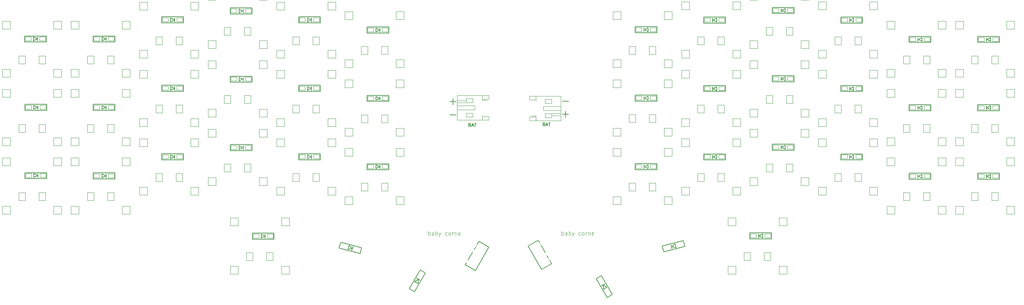
<source format=gto>
G04 #@! TF.GenerationSoftware,KiCad,Pcbnew,8.0.7*
G04 #@! TF.CreationDate,2025-01-01T00:14:10+01:00*
G04 #@! TF.ProjectId,corne-xiao,636f726e-652d-4786-9961-6f2e6b696361,1.1*
G04 #@! TF.SameCoordinates,Original*
G04 #@! TF.FileFunction,Legend,Top*
G04 #@! TF.FilePolarity,Positive*
%FSLAX46Y46*%
G04 Gerber Fmt 4.6, Leading zero omitted, Abs format (unit mm)*
G04 Created by KiCad (PCBNEW 8.0.7) date 2025-01-01 00:14:10*
%MOMM*%
%LPD*%
G01*
G04 APERTURE LIST*
G04 Aperture macros list*
%AMRoundRect*
0 Rectangle with rounded corners*
0 $1 Rounding radius*
0 $2 $3 $4 $5 $6 $7 $8 $9 X,Y pos of 4 corners*
0 Add a 4 corners polygon primitive as box body*
4,1,4,$2,$3,$4,$5,$6,$7,$8,$9,$2,$3,0*
0 Add four circle primitives for the rounded corners*
1,1,$1+$1,$2,$3*
1,1,$1+$1,$4,$5*
1,1,$1+$1,$6,$7*
1,1,$1+$1,$8,$9*
0 Add four rect primitives between the rounded corners*
20,1,$1+$1,$2,$3,$4,$5,0*
20,1,$1+$1,$4,$5,$6,$7,0*
20,1,$1+$1,$6,$7,$8,$9,0*
20,1,$1+$1,$8,$9,$2,$3,0*%
G04 Aperture macros list end*
%ADD10C,0.125000*%
%ADD11C,0.200000*%
%ADD12C,0.150000*%
%ADD13C,0.120000*%
%ADD14RoundRect,0.038000X0.700000X0.500000X-0.700000X0.500000X-0.700000X-0.500000X0.700000X-0.500000X0*%
%ADD15RoundRect,0.038000X0.805558X0.301790X-0.546739X0.664136X-0.805558X-0.301790X0.546739X-0.664136X0*%
%ADD16RoundRect,0.038000X-0.083013X0.856218X-0.783013X-0.356218X0.083013X-0.856218X0.783013X0.356218X0*%
%ADD17RoundRect,0.038000X-0.775000X-1.000000X0.775000X-1.000000X0.775000X1.000000X-0.775000X1.000000X0*%
%ADD18RoundRect,0.038000X-1.000000X-1.000000X1.000000X-1.000000X1.000000X1.000000X-1.000000X1.000000X0*%
%ADD19RoundRect,0.038000X-1.007412X-0.765341X0.489773X-1.166511X1.007412X0.765341X-0.489773X1.166511X0*%
%ADD20RoundRect,0.038000X-1.224745X-0.707107X0.707107X-1.224745X1.224745X0.707107X-0.707107X1.224745X0*%
%ADD21RoundRect,0.038000X0.478525X-1.171170X1.253525X0.171170X-0.478525X1.171170X-1.253525X-0.171170X0*%
%ADD22RoundRect,0.038000X0.366025X-1.366025X1.366025X0.366025X-0.366025X1.366025X-1.366025X-0.366025X0*%
%ADD23RoundRect,0.038000X-1.253525X0.171170X-0.478525X-1.171170X1.253525X-0.171170X0.478525X1.171170X0*%
%ADD24RoundRect,0.038000X-1.366025X0.366025X-0.366025X-1.366025X1.366025X-0.366025X0.366025X1.366025X0*%
%ADD25RoundRect,0.038000X-0.700000X-0.500000X0.700000X-0.500000X0.700000X0.500000X-0.700000X0.500000X0*%
%ADD26RoundRect,0.038000X-0.546739X-0.664136X0.805558X-0.301790X0.546739X0.664136X-0.805558X0.301790X0*%
%ADD27RoundRect,0.038000X-0.783013X0.356218X-0.083013X-0.856218X0.783013X-0.356218X0.083013X0.856218X0*%
%ADD28RoundRect,0.038000X-0.489773X-1.166511X1.007412X-0.765341X0.489773X1.166511X-1.007412X0.765341X0*%
%ADD29RoundRect,0.038000X-0.707107X-1.224745X1.224745X-0.707107X0.707107X1.224745X-1.224745X0.707107X0*%
%ADD30O,2.826000X1.876000*%
%ADD31C,1.473000*%
%ADD32C,0.976000*%
%ADD33RoundRect,0.038000X-0.258013X0.553109X-0.608013X-0.053109X0.258013X-0.553109X0.608013X0.053109X0*%
%ADD34RoundRect,0.038000X1.462436X-0.266987X-0.962436X1.133013X-1.462436X0.266987X0.962436X-1.133013X0*%
%ADD35C,2.276000*%
%ADD36O,1.826000X1.276000*%
%ADD37RoundRect,0.038000X0.608013X-0.053109X0.258013X0.553109X-0.608013X0.053109X-0.258013X-0.553109X0*%
%ADD38RoundRect,0.038000X-0.962436X-1.133013X1.462436X0.266987X0.962436X1.133013X-1.462436X-0.266987X0*%
G04 APERTURE END LIST*
D10*
X162820331Y-86206119D02*
X162820331Y-85206119D01*
X162820331Y-85587071D02*
X162915569Y-85539452D01*
X162915569Y-85539452D02*
X163106045Y-85539452D01*
X163106045Y-85539452D02*
X163201283Y-85587071D01*
X163201283Y-85587071D02*
X163248902Y-85634690D01*
X163248902Y-85634690D02*
X163296521Y-85729928D01*
X163296521Y-85729928D02*
X163296521Y-86015642D01*
X163296521Y-86015642D02*
X163248902Y-86110880D01*
X163248902Y-86110880D02*
X163201283Y-86158500D01*
X163201283Y-86158500D02*
X163106045Y-86206119D01*
X163106045Y-86206119D02*
X162915569Y-86206119D01*
X162915569Y-86206119D02*
X162820331Y-86158500D01*
X164153664Y-86206119D02*
X164153664Y-85682309D01*
X164153664Y-85682309D02*
X164106045Y-85587071D01*
X164106045Y-85587071D02*
X164010807Y-85539452D01*
X164010807Y-85539452D02*
X163820331Y-85539452D01*
X163820331Y-85539452D02*
X163725093Y-85587071D01*
X164153664Y-86158500D02*
X164058426Y-86206119D01*
X164058426Y-86206119D02*
X163820331Y-86206119D01*
X163820331Y-86206119D02*
X163725093Y-86158500D01*
X163725093Y-86158500D02*
X163677474Y-86063261D01*
X163677474Y-86063261D02*
X163677474Y-85968023D01*
X163677474Y-85968023D02*
X163725093Y-85872785D01*
X163725093Y-85872785D02*
X163820331Y-85825166D01*
X163820331Y-85825166D02*
X164058426Y-85825166D01*
X164058426Y-85825166D02*
X164153664Y-85777547D01*
X164629855Y-86206119D02*
X164629855Y-85206119D01*
X164629855Y-85587071D02*
X164725093Y-85539452D01*
X164725093Y-85539452D02*
X164915569Y-85539452D01*
X164915569Y-85539452D02*
X165010807Y-85587071D01*
X165010807Y-85587071D02*
X165058426Y-85634690D01*
X165058426Y-85634690D02*
X165106045Y-85729928D01*
X165106045Y-85729928D02*
X165106045Y-86015642D01*
X165106045Y-86015642D02*
X165058426Y-86110880D01*
X165058426Y-86110880D02*
X165010807Y-86158500D01*
X165010807Y-86158500D02*
X164915569Y-86206119D01*
X164915569Y-86206119D02*
X164725093Y-86206119D01*
X164725093Y-86206119D02*
X164629855Y-86158500D01*
X165439379Y-85539452D02*
X165677474Y-86206119D01*
X165915569Y-85539452D02*
X165677474Y-86206119D01*
X165677474Y-86206119D02*
X165582236Y-86444214D01*
X165582236Y-86444214D02*
X165534617Y-86491833D01*
X165534617Y-86491833D02*
X165439379Y-86539452D01*
X167486998Y-86158500D02*
X167391760Y-86206119D01*
X167391760Y-86206119D02*
X167201284Y-86206119D01*
X167201284Y-86206119D02*
X167106046Y-86158500D01*
X167106046Y-86158500D02*
X167058427Y-86110880D01*
X167058427Y-86110880D02*
X167010808Y-86015642D01*
X167010808Y-86015642D02*
X167010808Y-85729928D01*
X167010808Y-85729928D02*
X167058427Y-85634690D01*
X167058427Y-85634690D02*
X167106046Y-85587071D01*
X167106046Y-85587071D02*
X167201284Y-85539452D01*
X167201284Y-85539452D02*
X167391760Y-85539452D01*
X167391760Y-85539452D02*
X167486998Y-85587071D01*
X168058427Y-86206119D02*
X167963189Y-86158500D01*
X167963189Y-86158500D02*
X167915570Y-86110880D01*
X167915570Y-86110880D02*
X167867951Y-86015642D01*
X167867951Y-86015642D02*
X167867951Y-85729928D01*
X167867951Y-85729928D02*
X167915570Y-85634690D01*
X167915570Y-85634690D02*
X167963189Y-85587071D01*
X167963189Y-85587071D02*
X168058427Y-85539452D01*
X168058427Y-85539452D02*
X168201284Y-85539452D01*
X168201284Y-85539452D02*
X168296522Y-85587071D01*
X168296522Y-85587071D02*
X168344141Y-85634690D01*
X168344141Y-85634690D02*
X168391760Y-85729928D01*
X168391760Y-85729928D02*
X168391760Y-86015642D01*
X168391760Y-86015642D02*
X168344141Y-86110880D01*
X168344141Y-86110880D02*
X168296522Y-86158500D01*
X168296522Y-86158500D02*
X168201284Y-86206119D01*
X168201284Y-86206119D02*
X168058427Y-86206119D01*
X168820332Y-86206119D02*
X168820332Y-85539452D01*
X168820332Y-85729928D02*
X168867951Y-85634690D01*
X168867951Y-85634690D02*
X168915570Y-85587071D01*
X168915570Y-85587071D02*
X169010808Y-85539452D01*
X169010808Y-85539452D02*
X169106046Y-85539452D01*
X169439380Y-85539452D02*
X169439380Y-86206119D01*
X169439380Y-85634690D02*
X169486999Y-85587071D01*
X169486999Y-85587071D02*
X169582237Y-85539452D01*
X169582237Y-85539452D02*
X169725094Y-85539452D01*
X169725094Y-85539452D02*
X169820332Y-85587071D01*
X169820332Y-85587071D02*
X169867951Y-85682309D01*
X169867951Y-85682309D02*
X169867951Y-86206119D01*
X170725094Y-86158500D02*
X170629856Y-86206119D01*
X170629856Y-86206119D02*
X170439380Y-86206119D01*
X170439380Y-86206119D02*
X170344142Y-86158500D01*
X170344142Y-86158500D02*
X170296523Y-86063261D01*
X170296523Y-86063261D02*
X170296523Y-85682309D01*
X170296523Y-85682309D02*
X170344142Y-85587071D01*
X170344142Y-85587071D02*
X170439380Y-85539452D01*
X170439380Y-85539452D02*
X170629856Y-85539452D01*
X170629856Y-85539452D02*
X170725094Y-85587071D01*
X170725094Y-85587071D02*
X170772713Y-85682309D01*
X170772713Y-85682309D02*
X170772713Y-85777547D01*
X170772713Y-85777547D02*
X170296523Y-85872785D01*
X129720331Y-86256119D02*
X129720331Y-85256119D01*
X129720331Y-85637071D02*
X129815569Y-85589452D01*
X129815569Y-85589452D02*
X130006045Y-85589452D01*
X130006045Y-85589452D02*
X130101283Y-85637071D01*
X130101283Y-85637071D02*
X130148902Y-85684690D01*
X130148902Y-85684690D02*
X130196521Y-85779928D01*
X130196521Y-85779928D02*
X130196521Y-86065642D01*
X130196521Y-86065642D02*
X130148902Y-86160880D01*
X130148902Y-86160880D02*
X130101283Y-86208500D01*
X130101283Y-86208500D02*
X130006045Y-86256119D01*
X130006045Y-86256119D02*
X129815569Y-86256119D01*
X129815569Y-86256119D02*
X129720331Y-86208500D01*
X131053664Y-86256119D02*
X131053664Y-85732309D01*
X131053664Y-85732309D02*
X131006045Y-85637071D01*
X131006045Y-85637071D02*
X130910807Y-85589452D01*
X130910807Y-85589452D02*
X130720331Y-85589452D01*
X130720331Y-85589452D02*
X130625093Y-85637071D01*
X131053664Y-86208500D02*
X130958426Y-86256119D01*
X130958426Y-86256119D02*
X130720331Y-86256119D01*
X130720331Y-86256119D02*
X130625093Y-86208500D01*
X130625093Y-86208500D02*
X130577474Y-86113261D01*
X130577474Y-86113261D02*
X130577474Y-86018023D01*
X130577474Y-86018023D02*
X130625093Y-85922785D01*
X130625093Y-85922785D02*
X130720331Y-85875166D01*
X130720331Y-85875166D02*
X130958426Y-85875166D01*
X130958426Y-85875166D02*
X131053664Y-85827547D01*
X131529855Y-86256119D02*
X131529855Y-85256119D01*
X131529855Y-85637071D02*
X131625093Y-85589452D01*
X131625093Y-85589452D02*
X131815569Y-85589452D01*
X131815569Y-85589452D02*
X131910807Y-85637071D01*
X131910807Y-85637071D02*
X131958426Y-85684690D01*
X131958426Y-85684690D02*
X132006045Y-85779928D01*
X132006045Y-85779928D02*
X132006045Y-86065642D01*
X132006045Y-86065642D02*
X131958426Y-86160880D01*
X131958426Y-86160880D02*
X131910807Y-86208500D01*
X131910807Y-86208500D02*
X131815569Y-86256119D01*
X131815569Y-86256119D02*
X131625093Y-86256119D01*
X131625093Y-86256119D02*
X131529855Y-86208500D01*
X132339379Y-85589452D02*
X132577474Y-86256119D01*
X132815569Y-85589452D02*
X132577474Y-86256119D01*
X132577474Y-86256119D02*
X132482236Y-86494214D01*
X132482236Y-86494214D02*
X132434617Y-86541833D01*
X132434617Y-86541833D02*
X132339379Y-86589452D01*
X134386998Y-86208500D02*
X134291760Y-86256119D01*
X134291760Y-86256119D02*
X134101284Y-86256119D01*
X134101284Y-86256119D02*
X134006046Y-86208500D01*
X134006046Y-86208500D02*
X133958427Y-86160880D01*
X133958427Y-86160880D02*
X133910808Y-86065642D01*
X133910808Y-86065642D02*
X133910808Y-85779928D01*
X133910808Y-85779928D02*
X133958427Y-85684690D01*
X133958427Y-85684690D02*
X134006046Y-85637071D01*
X134006046Y-85637071D02*
X134101284Y-85589452D01*
X134101284Y-85589452D02*
X134291760Y-85589452D01*
X134291760Y-85589452D02*
X134386998Y-85637071D01*
X134958427Y-86256119D02*
X134863189Y-86208500D01*
X134863189Y-86208500D02*
X134815570Y-86160880D01*
X134815570Y-86160880D02*
X134767951Y-86065642D01*
X134767951Y-86065642D02*
X134767951Y-85779928D01*
X134767951Y-85779928D02*
X134815570Y-85684690D01*
X134815570Y-85684690D02*
X134863189Y-85637071D01*
X134863189Y-85637071D02*
X134958427Y-85589452D01*
X134958427Y-85589452D02*
X135101284Y-85589452D01*
X135101284Y-85589452D02*
X135196522Y-85637071D01*
X135196522Y-85637071D02*
X135244141Y-85684690D01*
X135244141Y-85684690D02*
X135291760Y-85779928D01*
X135291760Y-85779928D02*
X135291760Y-86065642D01*
X135291760Y-86065642D02*
X135244141Y-86160880D01*
X135244141Y-86160880D02*
X135196522Y-86208500D01*
X135196522Y-86208500D02*
X135101284Y-86256119D01*
X135101284Y-86256119D02*
X134958427Y-86256119D01*
X135720332Y-86256119D02*
X135720332Y-85589452D01*
X135720332Y-85779928D02*
X135767951Y-85684690D01*
X135767951Y-85684690D02*
X135815570Y-85637071D01*
X135815570Y-85637071D02*
X135910808Y-85589452D01*
X135910808Y-85589452D02*
X136006046Y-85589452D01*
X136339380Y-85589452D02*
X136339380Y-86256119D01*
X136339380Y-85684690D02*
X136386999Y-85637071D01*
X136386999Y-85637071D02*
X136482237Y-85589452D01*
X136482237Y-85589452D02*
X136625094Y-85589452D01*
X136625094Y-85589452D02*
X136720332Y-85637071D01*
X136720332Y-85637071D02*
X136767951Y-85732309D01*
X136767951Y-85732309D02*
X136767951Y-86256119D01*
X137625094Y-86208500D02*
X137529856Y-86256119D01*
X137529856Y-86256119D02*
X137339380Y-86256119D01*
X137339380Y-86256119D02*
X137244142Y-86208500D01*
X137244142Y-86208500D02*
X137196523Y-86113261D01*
X137196523Y-86113261D02*
X137196523Y-85732309D01*
X137196523Y-85732309D02*
X137244142Y-85637071D01*
X137244142Y-85637071D02*
X137339380Y-85589452D01*
X137339380Y-85589452D02*
X137529856Y-85589452D01*
X137529856Y-85589452D02*
X137625094Y-85637071D01*
X137625094Y-85637071D02*
X137672713Y-85732309D01*
X137672713Y-85732309D02*
X137672713Y-85827547D01*
X137672713Y-85827547D02*
X137196523Y-85922785D01*
D11*
X163007768Y-56182933D02*
X164531578Y-56182933D01*
X163769673Y-56944838D02*
X163769673Y-55421028D01*
X135107768Y-53082933D02*
X136631578Y-53082933D01*
X135869673Y-53844838D02*
X135869673Y-52321028D01*
X163007768Y-52932933D02*
X164531578Y-52932933D01*
D12*
X140055826Y-58825247D02*
X140170112Y-58863342D01*
X140170112Y-58863342D02*
X140208207Y-58901438D01*
X140208207Y-58901438D02*
X140246303Y-58977628D01*
X140246303Y-58977628D02*
X140246303Y-59091914D01*
X140246303Y-59091914D02*
X140208207Y-59168104D01*
X140208207Y-59168104D02*
X140170112Y-59206200D01*
X140170112Y-59206200D02*
X140093922Y-59244295D01*
X140093922Y-59244295D02*
X139789160Y-59244295D01*
X139789160Y-59244295D02*
X139789160Y-58444295D01*
X139789160Y-58444295D02*
X140055826Y-58444295D01*
X140055826Y-58444295D02*
X140132017Y-58482390D01*
X140132017Y-58482390D02*
X140170112Y-58520485D01*
X140170112Y-58520485D02*
X140208207Y-58596676D01*
X140208207Y-58596676D02*
X140208207Y-58672866D01*
X140208207Y-58672866D02*
X140170112Y-58749057D01*
X140170112Y-58749057D02*
X140132017Y-58787152D01*
X140132017Y-58787152D02*
X140055826Y-58825247D01*
X140055826Y-58825247D02*
X139789160Y-58825247D01*
X140551064Y-59015723D02*
X140932017Y-59015723D01*
X140474874Y-59244295D02*
X140741541Y-58444295D01*
X140741541Y-58444295D02*
X141008207Y-59244295D01*
X141160588Y-58444295D02*
X141617731Y-58444295D01*
X141389159Y-59244295D02*
X141389159Y-58444295D01*
D11*
X136642231Y-56367066D02*
X135118422Y-56367066D01*
D12*
X158455826Y-58675247D02*
X158570112Y-58713342D01*
X158570112Y-58713342D02*
X158608207Y-58751438D01*
X158608207Y-58751438D02*
X158646303Y-58827628D01*
X158646303Y-58827628D02*
X158646303Y-58941914D01*
X158646303Y-58941914D02*
X158608207Y-59018104D01*
X158608207Y-59018104D02*
X158570112Y-59056200D01*
X158570112Y-59056200D02*
X158493922Y-59094295D01*
X158493922Y-59094295D02*
X158189160Y-59094295D01*
X158189160Y-59094295D02*
X158189160Y-58294295D01*
X158189160Y-58294295D02*
X158455826Y-58294295D01*
X158455826Y-58294295D02*
X158532017Y-58332390D01*
X158532017Y-58332390D02*
X158570112Y-58370485D01*
X158570112Y-58370485D02*
X158608207Y-58446676D01*
X158608207Y-58446676D02*
X158608207Y-58522866D01*
X158608207Y-58522866D02*
X158570112Y-58599057D01*
X158570112Y-58599057D02*
X158532017Y-58637152D01*
X158532017Y-58637152D02*
X158455826Y-58675247D01*
X158455826Y-58675247D02*
X158189160Y-58675247D01*
X158951064Y-58865723D02*
X159332017Y-58865723D01*
X158874874Y-59094295D02*
X159141541Y-58294295D01*
X159141541Y-58294295D02*
X159408207Y-59094295D01*
X159560588Y-58294295D02*
X160017731Y-58294295D01*
X159789159Y-59094295D02*
X159789159Y-58294295D01*
X34950000Y-38250000D02*
X29550000Y-38250000D01*
X34950000Y-36750000D02*
X34950000Y-38250000D01*
X32750000Y-37000000D02*
X32750000Y-38000000D01*
X32650000Y-37500000D02*
X31750000Y-37000000D01*
X31750000Y-38000000D02*
X32650000Y-37500000D01*
X31750000Y-37000000D02*
X31750000Y-38000000D01*
X29550000Y-36750000D02*
X34950000Y-36750000D01*
X29550000Y-36750000D02*
X29550000Y-38250000D01*
X46550000Y-36750000D02*
X46550000Y-38250000D01*
X46550000Y-36750000D02*
X51950000Y-36750000D01*
X48750000Y-37000000D02*
X48750000Y-38000000D01*
X48750000Y-38000000D02*
X49650000Y-37500000D01*
X49650000Y-37500000D02*
X48750000Y-37000000D01*
X49750000Y-37000000D02*
X49750000Y-38000000D01*
X51950000Y-36750000D02*
X51950000Y-38250000D01*
X51950000Y-38250000D02*
X46550000Y-38250000D01*
X63550000Y-32000000D02*
X63550000Y-33500000D01*
X63550000Y-32000000D02*
X68950000Y-32000000D01*
X65750000Y-32250000D02*
X65750000Y-33250000D01*
X65750000Y-33250000D02*
X66650000Y-32750000D01*
X66650000Y-32750000D02*
X65750000Y-32250000D01*
X66750000Y-32250000D02*
X66750000Y-33250000D01*
X68950000Y-32000000D02*
X68950000Y-33500000D01*
X68950000Y-33500000D02*
X63550000Y-33500000D01*
X80550000Y-29750200D02*
X80550000Y-31250200D01*
X80550000Y-29750200D02*
X85950000Y-29750200D01*
X82750000Y-30000200D02*
X82750000Y-31000200D01*
X82750000Y-31000200D02*
X83650000Y-30500200D01*
X83650000Y-30500200D02*
X82750000Y-30000200D01*
X83750000Y-30000200D02*
X83750000Y-31000200D01*
X85950000Y-29750200D02*
X85950000Y-31250200D01*
X85950000Y-31250200D02*
X80550000Y-31250200D01*
X97550000Y-32000900D02*
X97550000Y-33500900D01*
X97550000Y-32000900D02*
X102950000Y-32000900D01*
X99750000Y-32250900D02*
X99750000Y-33250900D01*
X99750000Y-33250900D02*
X100650000Y-32750900D01*
X100650000Y-32750900D02*
X99750000Y-32250900D01*
X100750000Y-32250900D02*
X100750000Y-33250900D01*
X102950000Y-32000900D02*
X102950000Y-33500900D01*
X102950000Y-33500900D02*
X97550000Y-33500900D01*
X119950000Y-36000500D02*
X114550000Y-36000500D01*
X119950000Y-34500500D02*
X119950000Y-36000500D01*
X117750000Y-34750500D02*
X117750000Y-35750500D01*
X117650000Y-35250500D02*
X116750000Y-34750500D01*
X116750000Y-35750500D02*
X117650000Y-35250500D01*
X116750000Y-34750500D02*
X116750000Y-35750500D01*
X114550000Y-34500500D02*
X119950000Y-34500500D01*
X114550000Y-34500500D02*
X114550000Y-36000500D01*
X35012500Y-55250000D02*
X29612500Y-55250000D01*
X35012500Y-53750000D02*
X35012500Y-55250000D01*
X32812500Y-54000000D02*
X32812500Y-55000000D01*
X32712500Y-54500000D02*
X31812500Y-54000000D01*
X31812500Y-55000000D02*
X32712500Y-54500000D01*
X31812500Y-54000000D02*
X31812500Y-55000000D01*
X29612500Y-53750000D02*
X35012500Y-53750000D01*
X29612500Y-53750000D02*
X29612500Y-55250000D01*
X46550000Y-53750000D02*
X46550000Y-55250000D01*
X46550000Y-53750000D02*
X51950000Y-53750000D01*
X48750000Y-54000000D02*
X48750000Y-55000000D01*
X48750000Y-55000000D02*
X49650000Y-54500000D01*
X49650000Y-54500000D02*
X48750000Y-54000000D01*
X49750000Y-54000000D02*
X49750000Y-55000000D01*
X51950000Y-53750000D02*
X51950000Y-55250000D01*
X51950000Y-55250000D02*
X46550000Y-55250000D01*
X63550000Y-49000000D02*
X63550000Y-50500000D01*
X63550000Y-49000000D02*
X68950000Y-49000000D01*
X65750000Y-49250000D02*
X65750000Y-50250000D01*
X65750000Y-50250000D02*
X66650000Y-49750000D01*
X66650000Y-49750000D02*
X65750000Y-49250000D01*
X66750000Y-49250000D02*
X66750000Y-50250000D01*
X68950000Y-49000000D02*
X68950000Y-50500000D01*
X68950000Y-50500000D02*
X63550000Y-50500000D01*
X80550000Y-46749900D02*
X80550000Y-48249900D01*
X80550000Y-46749900D02*
X85950000Y-46749900D01*
X82750000Y-46999900D02*
X82750000Y-47999900D01*
X82750000Y-47999900D02*
X83650000Y-47499900D01*
X83650000Y-47499900D02*
X82750000Y-46999900D01*
X83750000Y-46999900D02*
X83750000Y-47999900D01*
X85950000Y-46749900D02*
X85950000Y-48249900D01*
X85950000Y-48249900D02*
X80550000Y-48249900D01*
X102950000Y-50500500D02*
X97550000Y-50500500D01*
X102950000Y-49000500D02*
X102950000Y-50500500D01*
X100750000Y-49250500D02*
X100750000Y-50250500D01*
X100650000Y-49750500D02*
X99750000Y-49250500D01*
X99750000Y-50250500D02*
X100650000Y-49750500D01*
X99750000Y-49250500D02*
X99750000Y-50250500D01*
X97550000Y-49000500D02*
X102950000Y-49000500D01*
X97550000Y-49000500D02*
X97550000Y-50500500D01*
X114550000Y-51500100D02*
X114550000Y-53000100D01*
X114550000Y-51500100D02*
X119950000Y-51500100D01*
X116750000Y-51750100D02*
X116750000Y-52750100D01*
X116750000Y-52750100D02*
X117650000Y-52250100D01*
X117650000Y-52250100D02*
X116750000Y-51750100D01*
X117750000Y-51750100D02*
X117750000Y-52750100D01*
X119950000Y-51500100D02*
X119950000Y-53000100D01*
X119950000Y-53000100D02*
X114550000Y-53000100D01*
X35012500Y-72203100D02*
X29612500Y-72203100D01*
X35012500Y-70703100D02*
X35012500Y-72203100D01*
X32812500Y-70953100D02*
X32812500Y-71953100D01*
X32712500Y-71453100D02*
X31812500Y-70953100D01*
X31812500Y-71953100D02*
X32712500Y-71453100D01*
X31812500Y-70953100D02*
X31812500Y-71953100D01*
X29612500Y-70703100D02*
X35012500Y-70703100D01*
X29612500Y-70703100D02*
X29612500Y-72203100D01*
X46550000Y-70750000D02*
X46550000Y-72250000D01*
X46550000Y-70750000D02*
X51950000Y-70750000D01*
X48750000Y-71000000D02*
X48750000Y-72000000D01*
X48750000Y-72000000D02*
X49650000Y-71500000D01*
X49650000Y-71500000D02*
X48750000Y-71000000D01*
X49750000Y-71000000D02*
X49750000Y-72000000D01*
X51950000Y-70750000D02*
X51950000Y-72250000D01*
X51950000Y-72250000D02*
X46550000Y-72250000D01*
X63550000Y-66000000D02*
X63550000Y-67500000D01*
X63550000Y-66000000D02*
X68950000Y-66000000D01*
X65750000Y-66250000D02*
X65750000Y-67250000D01*
X65750000Y-67250000D02*
X66650000Y-66750000D01*
X66650000Y-66750000D02*
X65750000Y-66250000D01*
X66750000Y-66250000D02*
X66750000Y-67250000D01*
X68950000Y-66000000D02*
X68950000Y-67500000D01*
X68950000Y-67500000D02*
X63550000Y-67500000D01*
X80550000Y-63750000D02*
X80550000Y-65250000D01*
X80550000Y-63750000D02*
X85950000Y-63750000D01*
X82750000Y-64000000D02*
X82750000Y-65000000D01*
X82750000Y-65000000D02*
X83650000Y-64500000D01*
X83650000Y-64500000D02*
X82750000Y-64000000D01*
X83750000Y-64000000D02*
X83750000Y-65000000D01*
X85950000Y-63750000D02*
X85950000Y-65250000D01*
X85950000Y-65250000D02*
X80550000Y-65250000D01*
X97550000Y-66000000D02*
X97550000Y-67500000D01*
X97550000Y-66000000D02*
X102950000Y-66000000D01*
X99750000Y-66250000D02*
X99750000Y-67250000D01*
X99750000Y-67250000D02*
X100650000Y-66750000D01*
X100650000Y-66750000D02*
X99750000Y-66250000D01*
X100750000Y-66250000D02*
X100750000Y-67250000D01*
X102950000Y-66000000D02*
X102950000Y-67500000D01*
X102950000Y-67500000D02*
X97550000Y-67500000D01*
X114550000Y-68500000D02*
X114550000Y-70000000D01*
X114550000Y-68500000D02*
X119950000Y-68500000D01*
X116750000Y-68750000D02*
X116750000Y-69750000D01*
X116750000Y-69750000D02*
X117650000Y-69250000D01*
X117650000Y-69250000D02*
X116750000Y-68750000D01*
X117750000Y-68750000D02*
X117750000Y-69750000D01*
X119950000Y-68500000D02*
X119950000Y-70000000D01*
X119950000Y-70000000D02*
X114550000Y-70000000D01*
X86050000Y-85750000D02*
X86050000Y-87250000D01*
X86050000Y-85750000D02*
X91450000Y-85750000D01*
X88250000Y-86000000D02*
X88250000Y-87000000D01*
X88250000Y-87000000D02*
X89150000Y-86500000D01*
X89150000Y-86500000D02*
X88250000Y-86000000D01*
X89250000Y-86000000D02*
X89250000Y-87000000D01*
X91450000Y-85750000D02*
X91450000Y-87250000D01*
X91450000Y-87250000D02*
X86050000Y-87250000D01*
X107986115Y-87976744D02*
X107597886Y-89425633D01*
X107986115Y-87976744D02*
X113202114Y-89374367D01*
X109787628Y-89753553D02*
X110786370Y-89503528D01*
X110046447Y-88787628D02*
X109787628Y-89753553D01*
X110786370Y-89503528D02*
X110046447Y-88787628D01*
X111012372Y-89046447D02*
X110753553Y-90012372D01*
X112813885Y-90823256D02*
X107597886Y-89425633D01*
X113202114Y-89374367D02*
X112813885Y-90823256D01*
X125000481Y-99563269D02*
X126299519Y-100313269D01*
X125000481Y-99563269D02*
X127700481Y-94886731D01*
X126316987Y-97783013D02*
X127183013Y-98283013D01*
X126816987Y-96916987D02*
X127683013Y-97416987D01*
X127183013Y-98283013D02*
X127200000Y-97253590D01*
X127200000Y-97253590D02*
X126316987Y-97783013D01*
X127700481Y-94886731D02*
X128999519Y-95636731D01*
X128999519Y-95636731D02*
X126299519Y-100313269D01*
X249100000Y-36850000D02*
X254500000Y-36850000D01*
X249100000Y-38350000D02*
X249100000Y-36850000D01*
X251300000Y-38100000D02*
X251300000Y-37100000D01*
X251400000Y-37600000D02*
X252300000Y-38100000D01*
X252300000Y-37100000D02*
X251400000Y-37600000D01*
X252300000Y-38100000D02*
X252300000Y-37100000D01*
X254500000Y-38350000D02*
X249100000Y-38350000D01*
X254500000Y-38350000D02*
X254500000Y-36850000D01*
X237500000Y-33550000D02*
X237500000Y-32050000D01*
X237500000Y-33550000D02*
X232100000Y-33550000D01*
X235300000Y-33300000D02*
X235300000Y-32300000D01*
X235300000Y-32300000D02*
X234400000Y-32800000D01*
X234400000Y-32800000D02*
X235300000Y-33300000D01*
X234300000Y-33300000D02*
X234300000Y-32300000D01*
X232100000Y-33550000D02*
X232100000Y-32050000D01*
X232100000Y-32050000D02*
X237500000Y-32050000D01*
X220500000Y-31150000D02*
X220500000Y-29650000D01*
X220500000Y-31150000D02*
X215100000Y-31150000D01*
X218300000Y-30900000D02*
X218300000Y-29900000D01*
X218300000Y-29900000D02*
X217400000Y-30400000D01*
X217400000Y-30400000D02*
X218300000Y-30900000D01*
X217300000Y-30900000D02*
X217300000Y-29900000D01*
X215100000Y-31150000D02*
X215100000Y-29650000D01*
X215100000Y-29650000D02*
X220500000Y-29650000D01*
X181100000Y-34450000D02*
X186500000Y-34450000D01*
X181100000Y-35950000D02*
X181100000Y-34450000D01*
X183300000Y-35700000D02*
X183300000Y-34700000D01*
X183400000Y-35200000D02*
X184300000Y-35700000D01*
X184300000Y-34700000D02*
X183400000Y-35200000D01*
X184300000Y-35700000D02*
X184300000Y-34700000D01*
X186500000Y-35950000D02*
X181100000Y-35950000D01*
X186500000Y-35950000D02*
X186500000Y-34450000D01*
X266100000Y-53850000D02*
X271500000Y-53850000D01*
X266100000Y-55350000D02*
X266100000Y-53850000D01*
X268300000Y-55100000D02*
X268300000Y-54100000D01*
X268400000Y-54600000D02*
X269300000Y-55100000D01*
X269300000Y-54100000D02*
X268400000Y-54600000D01*
X269300000Y-55100000D02*
X269300000Y-54100000D01*
X271500000Y-55350000D02*
X266100000Y-55350000D01*
X271500000Y-55350000D02*
X271500000Y-53850000D01*
X249100000Y-53850000D02*
X254500000Y-53850000D01*
X249100000Y-55350000D02*
X249100000Y-53850000D01*
X251300000Y-55100000D02*
X251300000Y-54100000D01*
X251400000Y-54600000D02*
X252300000Y-55100000D01*
X252300000Y-54100000D02*
X251400000Y-54600000D01*
X252300000Y-55100000D02*
X252300000Y-54100000D01*
X254500000Y-55350000D02*
X249100000Y-55350000D01*
X254500000Y-55350000D02*
X254500000Y-53850000D01*
X237500000Y-50550000D02*
X237500000Y-49050000D01*
X237500000Y-50550000D02*
X232100000Y-50550000D01*
X235300000Y-50300000D02*
X235300000Y-49300000D01*
X235300000Y-49300000D02*
X234400000Y-49800000D01*
X234400000Y-49800000D02*
X235300000Y-50300000D01*
X234300000Y-50300000D02*
X234300000Y-49300000D01*
X232100000Y-50550000D02*
X232100000Y-49050000D01*
X232100000Y-49050000D02*
X237500000Y-49050000D01*
X220500000Y-48150000D02*
X220500000Y-46650000D01*
X220500000Y-48150000D02*
X215100000Y-48150000D01*
X218300000Y-47900000D02*
X218300000Y-46900000D01*
X218300000Y-46900000D02*
X217400000Y-47400000D01*
X217400000Y-47400000D02*
X218300000Y-47900000D01*
X217300000Y-47900000D02*
X217300000Y-46900000D01*
X215100000Y-48150000D02*
X215100000Y-46650000D01*
X215100000Y-46650000D02*
X220500000Y-46650000D01*
X203500000Y-50550000D02*
X203500000Y-49050000D01*
X203500000Y-50550000D02*
X198100000Y-50550000D01*
X201300000Y-50300000D02*
X201300000Y-49300000D01*
X201300000Y-49300000D02*
X200400000Y-49800000D01*
X200400000Y-49800000D02*
X201300000Y-50300000D01*
X200300000Y-50300000D02*
X200300000Y-49300000D01*
X198100000Y-50550000D02*
X198100000Y-49050000D01*
X198100000Y-49050000D02*
X203500000Y-49050000D01*
X186500000Y-52950000D02*
X186500000Y-51450000D01*
X186500000Y-52950000D02*
X181100000Y-52950000D01*
X184300000Y-52700000D02*
X184300000Y-51700000D01*
X184300000Y-51700000D02*
X183400000Y-52200000D01*
X183400000Y-52200000D02*
X184300000Y-52700000D01*
X183300000Y-52700000D02*
X183300000Y-51700000D01*
X181100000Y-52950000D02*
X181100000Y-51450000D01*
X181100000Y-51450000D02*
X186500000Y-51450000D01*
X266100000Y-70850000D02*
X271500000Y-70850000D01*
X266100000Y-72350000D02*
X266100000Y-70850000D01*
X268300000Y-72100000D02*
X268300000Y-71100000D01*
X268400000Y-71600000D02*
X269300000Y-72100000D01*
X269300000Y-71100000D02*
X268400000Y-71600000D01*
X269300000Y-72100000D02*
X269300000Y-71100000D01*
X271500000Y-72350000D02*
X266100000Y-72350000D01*
X271500000Y-72350000D02*
X271500000Y-70850000D01*
X249100000Y-70850000D02*
X254500000Y-70850000D01*
X249100000Y-72350000D02*
X249100000Y-70850000D01*
X251300000Y-72100000D02*
X251300000Y-71100000D01*
X251400000Y-71600000D02*
X252300000Y-72100000D01*
X252300000Y-71100000D02*
X251400000Y-71600000D01*
X252300000Y-72100000D02*
X252300000Y-71100000D01*
X254500000Y-72350000D02*
X249100000Y-72350000D01*
X254500000Y-72350000D02*
X254500000Y-70850000D01*
X232100000Y-66050000D02*
X237500000Y-66050000D01*
X232100000Y-67550000D02*
X232100000Y-66050000D01*
X234300000Y-67300000D02*
X234300000Y-66300000D01*
X234400000Y-66800000D02*
X235300000Y-67300000D01*
X235300000Y-66300000D02*
X234400000Y-66800000D01*
X235300000Y-67300000D02*
X235300000Y-66300000D01*
X237500000Y-67550000D02*
X232100000Y-67550000D01*
X237500000Y-67550000D02*
X237500000Y-66050000D01*
X220500000Y-65150000D02*
X220500000Y-63650000D01*
X220500000Y-65150000D02*
X215100000Y-65150000D01*
X218300000Y-64900000D02*
X218300000Y-63900000D01*
X218300000Y-63900000D02*
X217400000Y-64400000D01*
X217400000Y-64400000D02*
X218300000Y-64900000D01*
X217300000Y-64900000D02*
X217300000Y-63900000D01*
X215100000Y-65150000D02*
X215100000Y-63650000D01*
X215100000Y-63650000D02*
X220500000Y-63650000D01*
X203500000Y-67550000D02*
X203500000Y-66050000D01*
X203500000Y-67550000D02*
X198100000Y-67550000D01*
X201300000Y-67300000D02*
X201300000Y-66300000D01*
X201300000Y-66300000D02*
X200400000Y-66800000D01*
X200400000Y-66800000D02*
X201300000Y-67300000D01*
X200300000Y-67300000D02*
X200300000Y-66300000D01*
X198100000Y-67550000D02*
X198100000Y-66050000D01*
X198100000Y-66050000D02*
X203500000Y-66050000D01*
X181100000Y-68450000D02*
X186500000Y-68450000D01*
X181100000Y-69950000D02*
X181100000Y-68450000D01*
X183300000Y-69700000D02*
X183300000Y-68700000D01*
X183400000Y-69200000D02*
X184300000Y-69700000D01*
X184300000Y-68700000D02*
X183400000Y-69200000D01*
X184300000Y-69700000D02*
X184300000Y-68700000D01*
X186500000Y-69950000D02*
X181100000Y-69950000D01*
X186500000Y-69950000D02*
X186500000Y-68450000D01*
X209500000Y-85650000D02*
X214900000Y-85650000D01*
X209500000Y-87150000D02*
X209500000Y-85650000D01*
X211700000Y-86900000D02*
X211700000Y-85900000D01*
X211800000Y-86400000D02*
X212700000Y-86900000D01*
X212700000Y-85900000D02*
X211800000Y-86400000D01*
X212700000Y-86900000D02*
X212700000Y-85900000D01*
X214900000Y-87150000D02*
X209500000Y-87150000D01*
X214900000Y-87150000D02*
X214900000Y-85650000D01*
X187797886Y-88974367D02*
X193013885Y-87576744D01*
X188186115Y-90423256D02*
X187797886Y-88974367D01*
X190213630Y-89103528D02*
X191212372Y-89353553D01*
X190246447Y-89612372D02*
X189987628Y-88646447D01*
X190953553Y-88387628D02*
X190213630Y-89103528D01*
X191212372Y-89353553D02*
X190953553Y-88387628D01*
X193402114Y-89025633D02*
X188186115Y-90423256D01*
X193402114Y-89025633D02*
X193013885Y-87576744D01*
X171400481Y-97036731D02*
X172699519Y-96286731D01*
X172699519Y-96286731D02*
X175399519Y-100963269D01*
X172716987Y-98816987D02*
X173583013Y-98316987D01*
X173200000Y-98653590D02*
X173216987Y-99683013D01*
X173216987Y-99683013D02*
X174083013Y-99183013D01*
X174083013Y-99183013D02*
X173200000Y-98653590D01*
X174100481Y-101713269D02*
X171400481Y-97036731D01*
X174100481Y-101713269D02*
X175399519Y-100963269D01*
X266100000Y-36850000D02*
X271500000Y-36850000D01*
X266100000Y-38350000D02*
X266100000Y-36850000D01*
X268300000Y-38100000D02*
X268300000Y-37100000D01*
X268400000Y-37600000D02*
X269300000Y-38100000D01*
X269300000Y-37100000D02*
X268400000Y-37600000D01*
X269300000Y-38100000D02*
X269300000Y-37100000D01*
X271500000Y-38350000D02*
X266100000Y-38350000D01*
X271500000Y-38350000D02*
X271500000Y-36850000D01*
X203500000Y-33550000D02*
X203500000Y-32050000D01*
X203500000Y-33550000D02*
X198100000Y-33550000D01*
X201300000Y-33300000D02*
X201300000Y-32300000D01*
X201300000Y-32300000D02*
X200400000Y-32800000D01*
X200400000Y-32800000D02*
X201300000Y-33300000D01*
X200300000Y-33300000D02*
X200300000Y-32300000D01*
X198100000Y-33550000D02*
X198100000Y-32050000D01*
X198100000Y-32050000D02*
X203500000Y-32050000D01*
X138911731Y-93616987D02*
X142286731Y-87771316D01*
X141423205Y-95066987D02*
X138911731Y-93616987D01*
X142286731Y-87771316D02*
X144754904Y-89196316D01*
X144754904Y-89196316D02*
X141423205Y-95066987D01*
D13*
X154800000Y-51680000D02*
X162620000Y-51680000D01*
X154800000Y-52600000D02*
X154800000Y-51680000D01*
X154800000Y-56880000D02*
X156400000Y-56880000D01*
X154800000Y-57800000D02*
X154800000Y-56880000D01*
X155185000Y-56600000D02*
X156400000Y-56600000D01*
X156400000Y-52600000D02*
X154800000Y-52600000D01*
X156400000Y-52600000D02*
X156400000Y-51680000D01*
X156400000Y-52880000D02*
X156400000Y-52600000D01*
X156400000Y-56880000D02*
X156400000Y-56600000D01*
X156400000Y-56880000D02*
X156400000Y-57800000D01*
X158260000Y-54240000D02*
X158260000Y-55240000D01*
X158260000Y-55240000D02*
X162620000Y-55240000D01*
X158760000Y-52440000D02*
X158760000Y-53440000D01*
X158760000Y-53440000D02*
X160360000Y-53440000D01*
X158760000Y-56040000D02*
X160360000Y-56040000D01*
X158760000Y-57040000D02*
X158760000Y-56040000D01*
X160360000Y-52440000D02*
X158760000Y-52440000D01*
X160360000Y-53440000D02*
X160360000Y-52440000D01*
X160360000Y-56040000D02*
X160360000Y-57040000D01*
X160360000Y-57040000D02*
X158760000Y-57040000D01*
X162620000Y-51680000D02*
X162620000Y-57800000D01*
X162620000Y-54240000D02*
X158260000Y-54240000D01*
X162620000Y-56040000D02*
X160360000Y-56040000D01*
X162620000Y-56540000D02*
X160360000Y-56540000D01*
X162620000Y-57800000D02*
X154800000Y-57800000D01*
X136890000Y-51540000D02*
X144710000Y-51540000D01*
X136890000Y-52800000D02*
X139150000Y-52800000D01*
X136890000Y-53300000D02*
X139150000Y-53300000D01*
X136890000Y-55100000D02*
X141250000Y-55100000D01*
X136890000Y-57660000D02*
X136890000Y-51540000D01*
X139150000Y-52300000D02*
X140750000Y-52300000D01*
X139150000Y-53300000D02*
X139150000Y-52300000D01*
X139150000Y-55900000D02*
X139150000Y-56900000D01*
X139150000Y-56900000D02*
X140750000Y-56900000D01*
X140750000Y-52300000D02*
X140750000Y-53300000D01*
X140750000Y-53300000D02*
X139150000Y-53300000D01*
X140750000Y-55900000D02*
X139150000Y-55900000D01*
X140750000Y-56900000D02*
X140750000Y-55900000D01*
X141250000Y-54100000D02*
X136890000Y-54100000D01*
X141250000Y-55100000D02*
X141250000Y-54100000D01*
X143110000Y-52460000D02*
X143110000Y-51540000D01*
X143110000Y-52460000D02*
X143110000Y-52740000D01*
X143110000Y-56460000D02*
X143110000Y-56740000D01*
X143110000Y-56740000D02*
X143110000Y-57660000D01*
X143110000Y-56740000D02*
X144710000Y-56740000D01*
X144325000Y-52740000D02*
X143110000Y-52740000D01*
X144710000Y-51540000D02*
X144710000Y-52460000D01*
X144710000Y-52460000D02*
X143110000Y-52460000D01*
X144710000Y-56740000D02*
X144710000Y-57660000D01*
X144710000Y-57660000D02*
X136890000Y-57660000D01*
D12*
X154476795Y-88933013D02*
X156988269Y-87483013D01*
X156988269Y-87483013D02*
X160363269Y-93328684D01*
X157895096Y-94753684D02*
X154476795Y-88933013D01*
X160363269Y-93328684D02*
X157895096Y-94753684D01*
%LPC*%
D14*
X30475000Y-37500000D03*
X34025000Y-37500000D03*
X51025000Y-37500000D03*
X47475000Y-37500000D03*
X68025000Y-32750000D03*
X64475000Y-32750000D03*
X85025000Y-30500200D03*
X81475000Y-30500200D03*
X102025000Y-32750900D03*
X98475000Y-32750900D03*
X115475000Y-35250500D03*
X119025000Y-35250500D03*
X30537500Y-54500000D03*
X34087500Y-54500000D03*
X51025000Y-54500000D03*
X47475000Y-54500000D03*
X68025000Y-49750000D03*
X64475000Y-49750000D03*
X85025000Y-47499900D03*
X81475000Y-47499900D03*
X98475000Y-49750500D03*
X102025000Y-49750500D03*
X119025000Y-52250100D03*
X115475000Y-52250100D03*
X30537500Y-71453100D03*
X34087500Y-71453100D03*
X51025000Y-71500000D03*
X47475000Y-71500000D03*
X68025000Y-66750000D03*
X64475000Y-66750000D03*
X85025000Y-64500000D03*
X81475000Y-64500000D03*
X102025000Y-66750000D03*
X98475000Y-66750000D03*
X119025000Y-69250000D03*
X115475000Y-69250000D03*
X90525000Y-86500000D03*
X86975000Y-86500000D03*
D15*
X112114518Y-89859404D03*
X108685482Y-88940596D03*
D16*
X127887500Y-96062805D03*
X126112500Y-99137195D03*
D17*
X45919900Y-42700000D03*
X50919900Y-42700000D03*
D18*
X42069900Y-34050000D03*
X42069900Y-46050000D03*
X54769900Y-34050000D03*
X54769900Y-46050000D03*
D17*
X62919900Y-37950000D03*
X67919900Y-37950000D03*
D18*
X59069900Y-29300000D03*
X59069900Y-41300000D03*
X71769900Y-29300000D03*
X71769900Y-41300000D03*
D17*
X79919900Y-35575200D03*
X84919900Y-35575200D03*
D18*
X76069900Y-26925200D03*
X76069900Y-38925200D03*
X88769900Y-26925200D03*
X88769900Y-38925200D03*
D17*
X96919900Y-37950900D03*
X101919900Y-37950900D03*
D18*
X93069900Y-29300900D03*
X93069900Y-41300900D03*
X105769900Y-29300900D03*
X105769900Y-41300900D03*
X37769900Y-63050000D03*
X37769900Y-51050000D03*
X25069900Y-63050000D03*
X25069900Y-51050000D03*
D17*
X33919900Y-59700000D03*
X28919900Y-59700000D03*
X45919900Y-59700000D03*
X50919900Y-59700000D03*
D18*
X42069900Y-51050000D03*
X42069900Y-63050000D03*
X54769900Y-51050000D03*
X54769900Y-63050000D03*
D17*
X62919900Y-54950000D03*
X67919900Y-54950000D03*
D18*
X59069900Y-46300000D03*
X59069900Y-58300000D03*
X71769900Y-46300000D03*
X71769900Y-58300000D03*
D17*
X79919900Y-52574900D03*
X84919900Y-52574900D03*
D18*
X76069900Y-43924900D03*
X76069900Y-55924900D03*
X88769900Y-43924900D03*
X88769900Y-55924900D03*
X105769900Y-58300500D03*
X105769900Y-46300500D03*
X93069900Y-58300500D03*
X93069900Y-46300500D03*
D17*
X101919900Y-54950500D03*
X96919900Y-54950500D03*
X113919900Y-57325100D03*
X118919900Y-57325100D03*
D18*
X110069900Y-48675100D03*
X110069900Y-60675100D03*
X122769900Y-48675100D03*
X122769900Y-60675100D03*
X37769900Y-80050000D03*
X37769900Y-68050000D03*
X25069900Y-80050000D03*
X25069900Y-68050000D03*
D17*
X33919900Y-76700000D03*
X28919900Y-76700000D03*
X45919900Y-76700000D03*
X50919900Y-76700000D03*
D18*
X42069900Y-68050000D03*
X42069900Y-80050000D03*
X54769900Y-68050000D03*
X54769900Y-80050000D03*
D17*
X62919900Y-71950000D03*
X67919900Y-71950000D03*
D18*
X59069900Y-63300000D03*
X59069900Y-75300000D03*
X71769900Y-63300000D03*
X71769900Y-75300000D03*
D17*
X79919900Y-69575000D03*
X84919900Y-69575000D03*
D18*
X76069900Y-60925000D03*
X76069900Y-72925000D03*
X88769900Y-60925000D03*
X88769900Y-72925000D03*
D17*
X96919900Y-71950000D03*
X101919900Y-71950000D03*
D18*
X93069900Y-63300000D03*
X93069900Y-75300000D03*
X105769900Y-63300000D03*
X105769900Y-75300000D03*
D17*
X113919900Y-74325000D03*
X118919900Y-74325000D03*
D18*
X110069900Y-65675000D03*
X110069900Y-77675000D03*
X122769900Y-65675000D03*
X122769900Y-77675000D03*
D17*
X85419900Y-91575000D03*
X90419900Y-91575000D03*
D18*
X81569900Y-82925000D03*
X81569900Y-94925000D03*
X94269900Y-82925000D03*
X94269900Y-94925000D03*
D19*
X105819215Y-93587656D03*
X110648844Y-94881751D03*
D20*
X104339185Y-84235944D03*
X101233357Y-95827054D03*
X116606443Y-87522946D03*
X113500615Y-99114056D03*
D21*
X129794967Y-102990064D03*
X132294966Y-98659936D03*
D22*
X120378848Y-101999261D03*
X130771152Y-107999261D03*
X126728848Y-91000739D03*
X137121152Y-97000739D03*
D23*
X167205034Y-98659936D03*
X169705033Y-102990064D03*
D24*
X172771152Y-91000739D03*
X162378848Y-97000739D03*
X179121152Y-101999261D03*
X168728848Y-107999261D03*
D25*
X250025000Y-37600000D03*
X253575000Y-37600000D03*
X236575000Y-32800000D03*
X233025000Y-32800000D03*
X219575000Y-30400000D03*
X216025000Y-30400000D03*
X182025000Y-35200000D03*
X185575000Y-35200000D03*
X267025000Y-54600000D03*
X270575000Y-54600000D03*
X250025000Y-54600000D03*
X253575000Y-54600000D03*
X236575000Y-49800000D03*
X233025000Y-49800000D03*
X219575000Y-47400000D03*
X216025000Y-47400000D03*
X202575000Y-49800000D03*
X199025000Y-49800000D03*
X185575000Y-52200000D03*
X182025000Y-52200000D03*
X267025000Y-71600000D03*
X270575000Y-71600000D03*
X250025000Y-71600000D03*
X253575000Y-71600000D03*
X233025000Y-66800000D03*
X236575000Y-66800000D03*
X219575000Y-64400000D03*
X216025000Y-64400000D03*
X202575000Y-66800000D03*
X199025000Y-66800000D03*
X182025000Y-69200000D03*
X185575000Y-69200000D03*
X210425000Y-86400000D03*
X213975000Y-86400000D03*
D26*
X188885482Y-89459404D03*
X192314518Y-88540596D03*
D27*
X172512500Y-97462805D03*
X174287500Y-100537195D03*
D25*
X267025000Y-37600000D03*
X270575000Y-37600000D03*
D18*
X223276900Y-72920000D03*
X223276900Y-60920000D03*
X210576900Y-72920000D03*
X210576900Y-60920000D03*
D17*
X219426900Y-69570000D03*
X214426900Y-69570000D03*
D18*
X206276900Y-75295000D03*
X206276900Y-63295000D03*
X193576900Y-75295000D03*
X193576900Y-63295000D03*
D17*
X202426900Y-71945000D03*
X197426900Y-71945000D03*
X180426900Y-74320000D03*
X185426900Y-74320000D03*
D18*
X176576900Y-65670000D03*
X176576900Y-77670000D03*
X189276900Y-65670000D03*
X189276900Y-77670000D03*
D17*
X208926900Y-91570000D03*
X213926900Y-91570000D03*
D18*
X205076900Y-82920000D03*
X205076900Y-94920000D03*
X217776900Y-82920000D03*
X217776900Y-94920000D03*
D28*
X188697956Y-94876751D03*
X193527585Y-93582656D03*
D29*
X182740357Y-87517946D03*
X185846185Y-99109056D03*
X195007615Y-84230944D03*
X198113443Y-95822054D03*
D18*
X223276900Y-38920000D03*
X223276900Y-26920000D03*
X210576900Y-38920000D03*
X210576900Y-26920000D03*
D17*
X219426900Y-35570000D03*
X214426900Y-35570000D03*
D18*
X206276900Y-41295000D03*
X206276900Y-29295000D03*
X193576900Y-41295000D03*
X193576900Y-29295000D03*
D17*
X202426900Y-37945000D03*
X197426900Y-37945000D03*
X265426900Y-59695000D03*
X270426900Y-59695000D03*
D18*
X261576900Y-51045000D03*
X261576900Y-63045000D03*
X274276900Y-51045000D03*
X274276900Y-63045000D03*
X240276900Y-41295000D03*
X240276900Y-29295000D03*
X227576900Y-41295000D03*
X227576900Y-29295000D03*
D17*
X236426900Y-37945000D03*
X231426900Y-37945000D03*
X248426900Y-59695000D03*
X253426900Y-59695000D03*
D18*
X244576900Y-51045000D03*
X244576900Y-63045000D03*
X257276900Y-51045000D03*
X257276900Y-63045000D03*
D17*
X248426900Y-76695000D03*
X253426900Y-76695000D03*
D18*
X244576900Y-68045000D03*
X244576900Y-80045000D03*
X257276900Y-68045000D03*
X257276900Y-80045000D03*
D17*
X231426900Y-71945000D03*
X236426900Y-71945000D03*
D18*
X227576900Y-63295000D03*
X227576900Y-75295000D03*
X240276900Y-63295000D03*
X240276900Y-75295000D03*
D17*
X265426900Y-42695000D03*
X270426900Y-42695000D03*
D18*
X261576900Y-34045000D03*
X261576900Y-46045000D03*
X274276900Y-34045000D03*
X274276900Y-46045000D03*
D17*
X248426900Y-42695000D03*
X253426900Y-42695000D03*
D18*
X244576900Y-34045000D03*
X244576900Y-46045000D03*
X257276900Y-34045000D03*
X257276900Y-46045000D03*
X240276900Y-58295000D03*
X240276900Y-46295000D03*
X227576900Y-58295000D03*
X227576900Y-46295000D03*
D17*
X236426900Y-54945000D03*
X231426900Y-54945000D03*
D18*
X223276900Y-55920000D03*
X223276900Y-43920000D03*
X210576900Y-55920000D03*
X210576900Y-43920000D03*
D17*
X219426900Y-52570000D03*
X214426900Y-52570000D03*
D18*
X206276900Y-58295000D03*
X206276900Y-46295000D03*
X193576900Y-58295000D03*
X193576900Y-46295000D03*
D17*
X202426900Y-54945000D03*
X197426900Y-54945000D03*
D18*
X189276900Y-60670000D03*
X189276900Y-48670000D03*
X176576900Y-60670000D03*
X176576900Y-48670000D03*
D17*
X185426900Y-57320000D03*
X180426900Y-57320000D03*
X265426900Y-76695000D03*
X270426900Y-76695000D03*
D18*
X261576900Y-68045000D03*
X261576900Y-80045000D03*
X274276900Y-68045000D03*
X274276900Y-80045000D03*
D25*
X202575000Y-32800000D03*
X199025000Y-32800000D03*
D18*
X37769900Y-46050000D03*
X37769900Y-34050000D03*
X25069900Y-46050000D03*
X25069900Y-34050000D03*
D17*
X33919900Y-42700000D03*
X28919900Y-42700000D03*
D18*
X122769900Y-43675500D03*
X122769900Y-31675500D03*
X110069900Y-43675500D03*
X110069900Y-31675500D03*
D17*
X118919900Y-40325500D03*
X113919900Y-40325500D03*
X180419900Y-40325000D03*
X185419900Y-40325000D03*
D18*
X176569900Y-31675000D03*
X176569900Y-43675000D03*
X189269900Y-31675000D03*
X189269900Y-43675000D03*
D30*
X127989300Y-32477000D03*
X127989300Y-35017000D03*
X127989300Y-37557000D03*
X127989300Y-40097000D03*
X127989300Y-42637000D03*
X127989300Y-45177000D03*
X127989300Y-47717000D03*
X144179300Y-47717000D03*
X144179300Y-45177000D03*
X144179300Y-42637000D03*
X144179300Y-40097000D03*
X144179300Y-37557000D03*
X144179300Y-35017000D03*
X144179300Y-32477000D03*
D31*
X131639300Y-39780000D03*
X139945100Y-49342600D03*
X141850100Y-49342600D03*
D30*
X155284300Y-32557000D03*
X155284300Y-35097000D03*
X155284300Y-37637000D03*
X155284300Y-40177000D03*
X155284300Y-42717000D03*
X155284300Y-45257000D03*
X155284300Y-47797000D03*
X171474300Y-47797000D03*
X171474300Y-45257000D03*
X171474300Y-42717000D03*
X171474300Y-40177000D03*
X171474300Y-37637000D03*
X171474300Y-35097000D03*
X171474300Y-32557000D03*
D31*
X158934300Y-39860000D03*
X167240100Y-49422600D03*
X169145100Y-49422600D03*
D32*
X142455866Y-90178367D03*
X140912564Y-92751443D03*
D33*
X138978719Y-92500962D03*
X140478719Y-89902886D03*
X141228719Y-88603848D03*
D34*
X139824167Y-94836603D03*
X143799167Y-87951701D03*
D35*
X143613900Y-83045000D03*
X170162900Y-74534000D03*
D36*
X156260000Y-55740000D03*
X156260000Y-53740000D03*
X143250000Y-53600000D03*
X143250000Y-55600000D03*
D35*
X155730900Y-83055000D03*
D32*
X158194134Y-92271633D03*
X156737436Y-89648557D03*
D37*
X157921281Y-88099038D03*
X159421281Y-90697114D03*
X160171281Y-91996152D03*
D38*
X155475833Y-87663397D03*
X159450833Y-94548299D03*
D35*
X129181900Y-74524000D03*
%LPD*%
M02*

</source>
